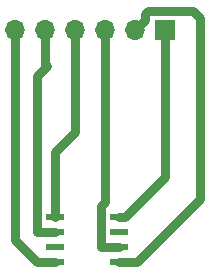
<source format=gbr>
G04 #@! TF.GenerationSoftware,KiCad,Pcbnew,5.0.2-bee76a0~70~ubuntu18.04.1*
G04 #@! TF.CreationDate,2019-07-09T19:20:48+02:00*
G04 #@! TF.ProjectId,flash_adapter,666c6173-685f-4616-9461-707465722e6b,rev?*
G04 #@! TF.SameCoordinates,Original*
G04 #@! TF.FileFunction,Copper,L1,Top*
G04 #@! TF.FilePolarity,Positive*
%FSLAX46Y46*%
G04 Gerber Fmt 4.6, Leading zero omitted, Abs format (unit mm)*
G04 Created by KiCad (PCBNEW 5.0.2-bee76a0~70~ubuntu18.04.1) date Di 09 Jul 2019 19:20:48 CEST*
%MOMM*%
%LPD*%
G01*
G04 APERTURE LIST*
G04 #@! TA.AperFunction,ComponentPad*
%ADD10R,1.700000X1.700000*%
G04 #@! TD*
G04 #@! TA.AperFunction,ComponentPad*
%ADD11O,1.700000X1.700000*%
G04 #@! TD*
G04 #@! TA.AperFunction,SMDPad,CuDef*
%ADD12R,1.550000X0.600000*%
G04 #@! TD*
G04 #@! TA.AperFunction,Conductor*
%ADD13C,0.750000*%
G04 #@! TD*
G04 APERTURE END LIST*
D10*
G04 #@! TO.P,J1,1*
G04 #@! TO.N,/3.3V*
X15000000Y-3000000D03*
D11*
G04 #@! TO.P,J1,2*
G04 #@! TO.N,/MOSI*
X12460000Y-3000000D03*
G04 #@! TO.P,J1,3*
G04 #@! TO.N,/SCK*
X9920000Y-3000000D03*
G04 #@! TO.P,J1,4*
G04 #@! TO.N,/CS*
X7380000Y-3000000D03*
G04 #@! TO.P,J1,5*
G04 #@! TO.N,/MISO*
X4840000Y-3000000D03*
G04 #@! TO.P,J1,6*
G04 #@! TO.N,/GND*
X2300000Y-3000000D03*
G04 #@! TD*
D12*
G04 #@! TO.P,U1,1*
G04 #@! TO.N,/CS*
X5705001Y-18820001D03*
G04 #@! TO.P,U1,2*
G04 #@! TO.N,/MISO*
X5705001Y-20090001D03*
G04 #@! TO.P,U1,3*
G04 #@! TO.N,Net-(U1-Pad3)*
X5705001Y-21360001D03*
G04 #@! TO.P,U1,4*
G04 #@! TO.N,/GND*
X5705001Y-22630001D03*
G04 #@! TO.P,U1,5*
G04 #@! TO.N,/MOSI*
X11105001Y-22630001D03*
G04 #@! TO.P,U1,6*
G04 #@! TO.N,/SCK*
X11105001Y-21360001D03*
G04 #@! TO.P,U1,7*
G04 #@! TO.N,Net-(U1-Pad7)*
X11105001Y-20090001D03*
G04 #@! TO.P,U1,8*
G04 #@! TO.N,/3.3V*
X11105001Y-18820001D03*
G04 #@! TD*
D13*
G04 #@! TO.N,/MISO*
X4155000Y-20065000D02*
X4155000Y-6845000D01*
X5705001Y-20090001D02*
X4180001Y-20090001D01*
X4180001Y-20090001D02*
X4155000Y-20065000D01*
X4155000Y-6845000D02*
X5000000Y-6000000D01*
X4840000Y-5840000D02*
X4840000Y-3000000D01*
X5000000Y-6000000D02*
X4840000Y-5840000D01*
G04 #@! TO.N,/MOSI*
X13529999Y-1374999D02*
X17374999Y-1374999D01*
X13309999Y-1594999D02*
X13529999Y-1374999D01*
X12460000Y-3000000D02*
X13309999Y-2150001D01*
X13309999Y-2150001D02*
X13309999Y-1594999D01*
X17374999Y-1374999D02*
X18000000Y-2000000D01*
X12630001Y-22630001D02*
X11105001Y-22630001D01*
X18000000Y-17260002D02*
X12630001Y-22630001D01*
X18000000Y-2000000D02*
X18000000Y-17260002D01*
G04 #@! TO.N,/SCK*
X9580001Y-21360001D02*
X11105001Y-21360001D01*
X9555000Y-21335000D02*
X9580001Y-21360001D01*
X9555000Y-17900000D02*
X9555000Y-21335000D01*
X9920000Y-17535000D02*
X9555000Y-17900000D01*
X9920000Y-3000000D02*
X9920000Y-17535000D01*
G04 #@! TO.N,/CS*
X7380000Y-3000000D02*
X7380000Y-11620000D01*
X5705001Y-13294999D02*
X5705001Y-18820001D01*
X7380000Y-11620000D02*
X5705001Y-13294999D01*
G04 #@! TO.N,/3.3V*
X11580001Y-18820001D02*
X11105001Y-18820001D01*
X15000000Y-15400002D02*
X11580001Y-18820001D01*
X15000000Y-3000000D02*
X15000000Y-15400002D01*
G04 #@! TO.N,/GND*
X2300000Y-4202081D02*
X2300000Y-3000000D01*
X4180001Y-22630001D02*
X2300000Y-20750000D01*
X2300000Y-20750000D02*
X2300000Y-4202081D01*
X5705001Y-22630001D02*
X4180001Y-22630001D01*
G04 #@! TD*
M02*

</source>
